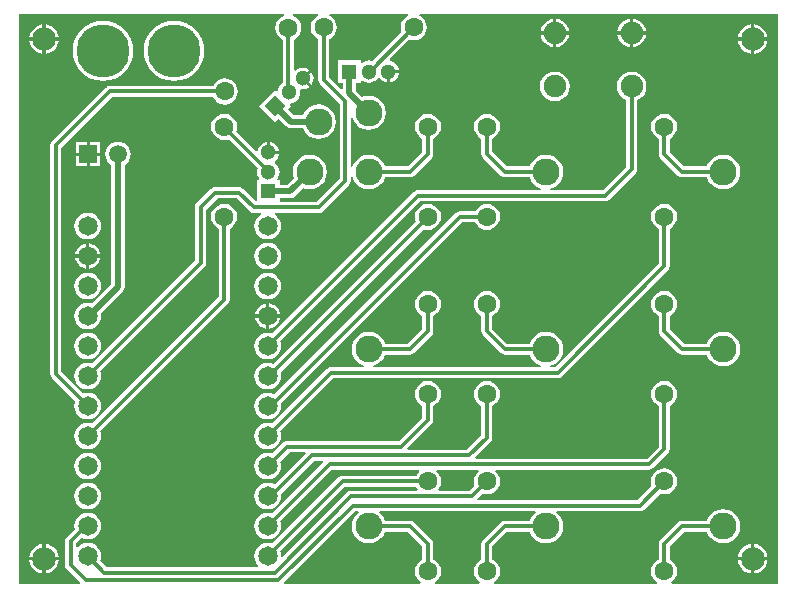
<source format=gtl>
G04 Layer_Physical_Order=1*
G04 Layer_Color=25308*
%FSLAX42Y42*%
%MOMM*%
G71*
G01*
G75*
%ADD10C,0.33*%
%ADD11C,0.51*%
%ADD12C,4.50*%
%ADD13C,1.52*%
%ADD14R,1.52X1.52*%
%ADD15C,2.29*%
%ADD16C,1.65*%
%ADD17R,1.30X1.30*%
%ADD18C,1.30*%
%ADD19R,1.30X1.30*%
%ADD20P,1.84X4X270.0*%
%ADD21C,1.91*%
%ADD22C,1.60*%
%ADD23C,2.00*%
G36*
X5429Y3465D02*
X5422Y3459D01*
X5404Y3436D01*
X5393Y3410D01*
X5389Y3381D01*
X5393Y3352D01*
X5396Y3344D01*
X5352Y3300D01*
X5093D01*
X5087Y3313D01*
X5096Y3326D01*
X5107Y3352D01*
X5111Y3381D01*
X5107Y3410D01*
X5096Y3436D01*
X5078Y3459D01*
X5071Y3465D01*
X5076Y3478D01*
X5424D01*
X5429Y3465D01*
D02*
G37*
G36*
X7962Y2513D02*
X7064D01*
X7059Y2526D01*
X7078Y2541D01*
X7096Y2564D01*
X7107Y2590D01*
X7111Y2619D01*
X7107Y2648D01*
X7096Y2674D01*
X7078Y2697D01*
X7055Y2715D01*
X7047Y2718D01*
Y2830D01*
X7170Y2953D01*
X7363D01*
X7374Y2927D01*
X7397Y2897D01*
X7427Y2874D01*
X7462Y2859D01*
X7500Y2854D01*
X7538Y2859D01*
X7573Y2874D01*
X7603Y2897D01*
X7626Y2927D01*
X7641Y2962D01*
X7646Y3000D01*
X7641Y3038D01*
X7626Y3073D01*
X7603Y3103D01*
X7573Y3126D01*
X7538Y3141D01*
X7500Y3146D01*
X7462Y3141D01*
X7427Y3126D01*
X7397Y3103D01*
X7374Y3073D01*
X7363Y3047D01*
X7150D01*
X7132Y3044D01*
X7116Y3034D01*
X6966Y2884D01*
X6956Y2868D01*
X6953Y2850D01*
Y2718D01*
X6945Y2715D01*
X6922Y2697D01*
X6904Y2674D01*
X6893Y2648D01*
X6889Y2619D01*
X6893Y2590D01*
X6904Y2564D01*
X6922Y2541D01*
X6941Y2526D01*
X6936Y2513D01*
X5564D01*
X5559Y2526D01*
X5578Y2541D01*
X5596Y2564D01*
X5607Y2590D01*
X5611Y2619D01*
X5607Y2648D01*
X5596Y2674D01*
X5578Y2697D01*
X5555Y2715D01*
X5547Y2718D01*
Y2830D01*
X5670Y2953D01*
X5863D01*
X5874Y2927D01*
X5897Y2897D01*
X5927Y2874D01*
X5962Y2859D01*
X6000Y2854D01*
X6038Y2859D01*
X6073Y2874D01*
X6103Y2897D01*
X6126Y2927D01*
X6141Y2962D01*
X6146Y3000D01*
X6141Y3038D01*
X6126Y3073D01*
X6103Y3103D01*
X6087Y3115D01*
X6092Y3128D01*
X6794D01*
X6812Y3131D01*
X6828Y3141D01*
X6963Y3277D01*
X6971Y3274D01*
X7000Y3270D01*
X7029Y3274D01*
X7055Y3285D01*
X7078Y3303D01*
X7096Y3326D01*
X7107Y3352D01*
X7111Y3381D01*
X7107Y3410D01*
X7096Y3436D01*
X7078Y3459D01*
X7055Y3477D01*
X7029Y3488D01*
X7000Y3492D01*
X6971Y3488D01*
X6945Y3477D01*
X6922Y3459D01*
X6904Y3436D01*
X6893Y3410D01*
X6889Y3381D01*
X6893Y3352D01*
X6896Y3344D01*
X6774Y3222D01*
X5425D01*
X5420Y3234D01*
X5463Y3277D01*
X5471Y3274D01*
X5500Y3270D01*
X5529Y3274D01*
X5555Y3285D01*
X5578Y3303D01*
X5596Y3326D01*
X5607Y3352D01*
X5611Y3381D01*
X5607Y3410D01*
X5596Y3436D01*
X5578Y3459D01*
X5571Y3465D01*
X5576Y3478D01*
X6875D01*
X6893Y3481D01*
X6909Y3491D01*
X7034Y3616D01*
X7044Y3632D01*
X7047Y3650D01*
Y4020D01*
X7055Y4023D01*
X7078Y4041D01*
X7096Y4064D01*
X7107Y4090D01*
X7111Y4119D01*
X7107Y4148D01*
X7096Y4174D01*
X7078Y4197D01*
X7055Y4215D01*
X7029Y4226D01*
X7000Y4230D01*
X6971Y4226D01*
X6945Y4215D01*
X6922Y4197D01*
X6904Y4174D01*
X6893Y4148D01*
X6889Y4119D01*
X6893Y4090D01*
X6904Y4064D01*
X6922Y4041D01*
X6945Y4023D01*
X6953Y4020D01*
Y3670D01*
X6855Y3572D01*
X5406D01*
X5401Y3584D01*
X5534Y3716D01*
X5544Y3732D01*
X5547Y3750D01*
Y4020D01*
X5555Y4023D01*
X5578Y4041D01*
X5596Y4064D01*
X5607Y4090D01*
X5611Y4119D01*
X5607Y4148D01*
X5596Y4174D01*
X5578Y4197D01*
X5555Y4215D01*
X5529Y4226D01*
X5500Y4230D01*
X5471Y4226D01*
X5445Y4215D01*
X5422Y4197D01*
X5404Y4174D01*
X5393Y4148D01*
X5389Y4119D01*
X5393Y4090D01*
X5404Y4064D01*
X5422Y4041D01*
X5445Y4023D01*
X5453Y4020D01*
Y3770D01*
X5330Y3647D01*
X4831D01*
X4826Y3659D01*
X5034Y3866D01*
X5044Y3882D01*
X5047Y3900D01*
Y4020D01*
X5055Y4023D01*
X5078Y4041D01*
X5096Y4064D01*
X5107Y4090D01*
X5111Y4119D01*
X5107Y4148D01*
X5096Y4174D01*
X5078Y4197D01*
X5055Y4215D01*
X5029Y4226D01*
X5000Y4230D01*
X4971Y4226D01*
X4945Y4215D01*
X4922Y4197D01*
X4904Y4174D01*
X4893Y4148D01*
X4889Y4119D01*
X4893Y4090D01*
X4904Y4064D01*
X4922Y4041D01*
X4945Y4023D01*
X4953Y4020D01*
Y3920D01*
X4755Y3722D01*
X3811D01*
X3793Y3719D01*
X3787Y3715D01*
X3777Y3709D01*
X3684Y3616D01*
X3674Y3620D01*
X3645Y3624D01*
X3616Y3620D01*
X3588Y3608D01*
X3565Y3590D01*
X3547Y3567D01*
X3535Y3539D01*
X3532Y3510D01*
X3535Y3481D01*
X3547Y3453D01*
X3565Y3430D01*
X3588Y3412D01*
X3616Y3400D01*
X3645Y3396D01*
X3674Y3400D01*
X3702Y3412D01*
X3725Y3430D01*
X3743Y3453D01*
X3755Y3481D01*
X3759Y3510D01*
X3755Y3539D01*
X3751Y3548D01*
X3831Y3628D01*
X3961D01*
X3965Y3616D01*
X3703Y3353D01*
X3702Y3354D01*
X3674Y3366D01*
X3645Y3370D01*
X3616Y3366D01*
X3588Y3354D01*
X3565Y3336D01*
X3547Y3313D01*
X3535Y3285D01*
X3532Y3256D01*
X3535Y3227D01*
X3547Y3199D01*
X3565Y3176D01*
X3588Y3158D01*
X3616Y3146D01*
X3645Y3142D01*
X3674Y3146D01*
X3702Y3158D01*
X3725Y3176D01*
X3743Y3199D01*
X3755Y3227D01*
X3759Y3256D01*
X3756Y3273D01*
X4036Y3553D01*
X4112D01*
X4117Y3541D01*
X3684Y3108D01*
X3674Y3112D01*
X3645Y3116D01*
X3616Y3112D01*
X3588Y3100D01*
X3565Y3082D01*
X3547Y3059D01*
X3535Y3031D01*
X3532Y3002D01*
X3535Y2973D01*
X3547Y2945D01*
X3565Y2922D01*
X3588Y2904D01*
X3616Y2892D01*
X3645Y2888D01*
X3674Y2892D01*
X3702Y2904D01*
X3725Y2922D01*
X3743Y2945D01*
X3755Y2973D01*
X3759Y3002D01*
X3755Y3031D01*
X3751Y3041D01*
X4188Y3478D01*
X4924D01*
X4929Y3465D01*
X4922Y3459D01*
X4904Y3436D01*
X4901Y3428D01*
X4278D01*
X4260Y3425D01*
X4245Y3415D01*
X3684Y2854D01*
X3674Y2858D01*
X3645Y2862D01*
X3616Y2858D01*
X3588Y2846D01*
X3565Y2828D01*
X3547Y2805D01*
X3535Y2777D01*
X3532Y2748D01*
X3535Y2719D01*
X3547Y2691D01*
X3564Y2669D01*
X3563Y2663D01*
X3561Y2656D01*
X2280D01*
X2227Y2709D01*
X2231Y2719D01*
X2235Y2748D01*
X2231Y2777D01*
X2219Y2805D01*
X2201Y2828D01*
X2178Y2846D01*
X2150Y2858D01*
X2121Y2862D01*
X2092Y2858D01*
X2064Y2846D01*
X2041Y2828D01*
X2035Y2821D01*
X2022Y2825D01*
Y2855D01*
X2069Y2902D01*
X2092Y2892D01*
X2121Y2888D01*
X2150Y2892D01*
X2178Y2904D01*
X2201Y2922D01*
X2219Y2945D01*
X2231Y2973D01*
X2235Y3002D01*
X2231Y3031D01*
X2219Y3059D01*
X2201Y3082D01*
X2178Y3100D01*
X2150Y3112D01*
X2121Y3116D01*
X2092Y3112D01*
X2064Y3100D01*
X2041Y3082D01*
X2023Y3059D01*
X2011Y3031D01*
X2008Y3002D01*
X2011Y2978D01*
X1941Y2909D01*
X1931Y2893D01*
X1928Y2875D01*
Y2675D01*
X1931Y2657D01*
X1941Y2641D01*
X2058Y2525D01*
X2053Y2513D01*
X1538D01*
Y7337D01*
X3782D01*
X3785Y7324D01*
X3764Y7315D01*
X3741Y7298D01*
X3723Y7275D01*
X3712Y7248D01*
X3708Y7219D01*
X3712Y7191D01*
X3723Y7164D01*
X3741Y7141D01*
X3764Y7123D01*
X3772Y7120D01*
Y6754D01*
X3757Y6743D01*
X3742Y6723D01*
X3732Y6700D01*
X3731Y6688D01*
X3717Y6683D01*
X3708Y6693D01*
X3574Y6558D01*
X3708Y6424D01*
X3735Y6451D01*
X3802Y6385D01*
X3802Y6385D01*
X3820Y6373D01*
X3842Y6369D01*
X3842Y6369D01*
X3942D01*
X3949Y6352D01*
X3972Y6322D01*
X4002Y6299D01*
X4037Y6284D01*
X4075Y6279D01*
X4113Y6284D01*
X4148Y6299D01*
X4178Y6322D01*
X4201Y6352D01*
X4216Y6387D01*
X4221Y6425D01*
X4216Y6463D01*
X4201Y6498D01*
X4178Y6528D01*
X4148Y6551D01*
X4113Y6566D01*
X4075Y6571D01*
X4037Y6566D01*
X4002Y6551D01*
X3972Y6528D01*
X3949Y6498D01*
X3942Y6481D01*
X3865D01*
X3815Y6531D01*
X3843Y6558D01*
X3833Y6567D01*
X3838Y6581D01*
X3850Y6582D01*
X3873Y6592D01*
X3893Y6607D01*
X3908Y6627D01*
X3918Y6650D01*
X3921Y6675D01*
X3919Y6691D01*
X3930Y6702D01*
X3942Y6701D01*
X3965Y6704D01*
X3987Y6713D01*
X3996Y6719D01*
X3933Y6783D01*
X3942Y6792D01*
X3933Y6801D01*
X3996Y6864D01*
X3987Y6871D01*
X3965Y6880D01*
X3942Y6883D01*
X3918Y6880D01*
X3896Y6871D01*
X3880Y6858D01*
X3867Y6862D01*
Y7120D01*
X3875Y7123D01*
X3898Y7141D01*
X3915Y7164D01*
X3927Y7191D01*
X3930Y7219D01*
X3927Y7248D01*
X3915Y7275D01*
X3898Y7298D01*
X3875Y7315D01*
X3854Y7324D01*
X3857Y7337D01*
X4068D01*
X4071Y7324D01*
X4064Y7321D01*
X4041Y7303D01*
X4023Y7280D01*
X4012Y7254D01*
X4008Y7225D01*
X4012Y7196D01*
X4023Y7170D01*
X4041Y7147D01*
X4064Y7129D01*
X4072Y7126D01*
Y6779D01*
X4075Y6761D01*
X4085Y6746D01*
X4253Y6579D01*
Y5945D01*
X4055Y5747D01*
X3745D01*
Y5778D01*
X3835D01*
X3835Y5778D01*
X3857Y5783D01*
X3875Y5795D01*
X3946Y5866D01*
X3962Y5859D01*
X4000Y5854D01*
X4038Y5859D01*
X4073Y5874D01*
X4103Y5897D01*
X4126Y5927D01*
X4141Y5962D01*
X4146Y6000D01*
X4141Y6038D01*
X4126Y6073D01*
X4103Y6103D01*
X4073Y6126D01*
X4038Y6141D01*
X4000Y6146D01*
X3962Y6141D01*
X3927Y6126D01*
X3897Y6103D01*
X3874Y6073D01*
X3859Y6038D01*
X3854Y6000D01*
X3859Y5962D01*
X3866Y5946D01*
X3812Y5891D01*
X3745D01*
Y5930D01*
X3732D01*
X3726Y5943D01*
X3733Y5952D01*
X3743Y5975D01*
X3746Y6000D01*
X3743Y6025D01*
X3733Y6048D01*
X3718Y6068D01*
X3705Y6077D01*
X3705Y6093D01*
X3714Y6101D01*
X3729Y6120D01*
X3738Y6142D01*
X3740Y6152D01*
X3650D01*
Y6165D01*
X3637D01*
Y6255D01*
X3626Y6253D01*
X3604Y6244D01*
X3586Y6230D01*
X3571Y6211D01*
X3562Y6189D01*
X3561Y6180D01*
X3547Y6176D01*
X3379Y6344D01*
X3382Y6352D01*
X3386Y6381D01*
X3382Y6410D01*
X3371Y6436D01*
X3353Y6459D01*
X3330Y6477D01*
X3304Y6488D01*
X3275Y6492D01*
X3246Y6488D01*
X3220Y6477D01*
X3197Y6459D01*
X3179Y6436D01*
X3168Y6410D01*
X3164Y6381D01*
X3168Y6352D01*
X3179Y6326D01*
X3197Y6303D01*
X3220Y6285D01*
X3246Y6274D01*
X3275Y6270D01*
X3304Y6274D01*
X3312Y6277D01*
X3559Y6030D01*
X3557Y6025D01*
X3554Y6000D01*
X3557Y5975D01*
X3567Y5952D01*
X3574Y5943D01*
X3568Y5930D01*
X3555D01*
Y5753D01*
X3542Y5750D01*
X3434Y5859D01*
X3418Y5869D01*
X3400Y5872D01*
X3200D01*
X3182Y5869D01*
X3176Y5865D01*
X3166Y5859D01*
X3041Y5734D01*
X3031Y5718D01*
X3028Y5700D01*
Y5246D01*
X2160Y4378D01*
X2150Y4382D01*
X2121Y4386D01*
X2092Y4382D01*
X2064Y4370D01*
X2041Y4352D01*
X2023Y4329D01*
X2011Y4301D01*
X2008Y4272D01*
X2011Y4243D01*
X2023Y4215D01*
X2041Y4192D01*
X2064Y4174D01*
X2092Y4162D01*
X2121Y4158D01*
X2150Y4162D01*
X2178Y4174D01*
X2201Y4192D01*
X2219Y4215D01*
X2231Y4243D01*
X2235Y4272D01*
X2231Y4301D01*
X2227Y4311D01*
X3109Y5192D01*
X3119Y5208D01*
X3122Y5226D01*
Y5680D01*
X3220Y5778D01*
X3380D01*
X3491Y5666D01*
X3507Y5656D01*
X3525Y5653D01*
X3583D01*
X3588Y5641D01*
X3588Y5640D01*
X3565Y5622D01*
X3547Y5599D01*
X3535Y5571D01*
X3532Y5542D01*
X3535Y5513D01*
X3547Y5485D01*
X3565Y5462D01*
X3588Y5444D01*
X3616Y5432D01*
X3645Y5428D01*
X3674Y5432D01*
X3702Y5444D01*
X3725Y5462D01*
X3743Y5485D01*
X3755Y5513D01*
X3759Y5542D01*
X3755Y5571D01*
X3743Y5599D01*
X3725Y5622D01*
X3702Y5640D01*
X3702Y5641D01*
X3707Y5653D01*
X4075D01*
X4093Y5656D01*
X4109Y5666D01*
X4334Y5891D01*
X4344Y5907D01*
X4347Y5925D01*
Y5960D01*
X4359Y5962D01*
X4374Y5927D01*
X4397Y5897D01*
X4427Y5874D01*
X4462Y5859D01*
X4500Y5854D01*
X4538Y5859D01*
X4573Y5874D01*
X4603Y5897D01*
X4626Y5927D01*
X4637Y5953D01*
X4850D01*
X4868Y5956D01*
X4884Y5966D01*
X5034Y6116D01*
X5044Y6132D01*
X5047Y6150D01*
Y6282D01*
X5055Y6285D01*
X5078Y6303D01*
X5096Y6326D01*
X5107Y6352D01*
X5111Y6381D01*
X5107Y6410D01*
X5096Y6436D01*
X5078Y6459D01*
X5055Y6477D01*
X5029Y6488D01*
X5000Y6492D01*
X4971Y6488D01*
X4945Y6477D01*
X4922Y6459D01*
X4904Y6436D01*
X4893Y6410D01*
X4889Y6381D01*
X4893Y6352D01*
X4904Y6326D01*
X4922Y6303D01*
X4945Y6285D01*
X4953Y6282D01*
Y6170D01*
X4830Y6047D01*
X4637D01*
X4626Y6073D01*
X4603Y6103D01*
X4573Y6126D01*
X4538Y6141D01*
X4500Y6146D01*
X4462Y6141D01*
X4427Y6126D01*
X4397Y6103D01*
X4374Y6073D01*
X4359Y6038D01*
X4347Y6040D01*
Y6460D01*
X4359Y6462D01*
X4374Y6427D01*
X4397Y6397D01*
X4427Y6374D01*
X4462Y6359D01*
X4500Y6354D01*
X4538Y6359D01*
X4573Y6374D01*
X4603Y6397D01*
X4626Y6427D01*
X4641Y6462D01*
X4646Y6500D01*
X4641Y6538D01*
X4626Y6573D01*
X4603Y6603D01*
X4573Y6626D01*
X4538Y6641D01*
X4500Y6646D01*
X4462Y6641D01*
X4446Y6634D01*
X4391Y6688D01*
Y6755D01*
X4430D01*
Y6768D01*
X4443Y6774D01*
X4452Y6767D01*
X4475Y6757D01*
X4500Y6754D01*
X4525Y6757D01*
X4548Y6767D01*
X4568Y6782D01*
X4577Y6795D01*
X4593Y6795D01*
X4601Y6786D01*
X4620Y6771D01*
X4642Y6762D01*
X4652Y6760D01*
Y6850D01*
X4665D01*
Y6863D01*
X4755D01*
X4753Y6874D01*
X4744Y6896D01*
X4730Y6914D01*
X4711Y6929D01*
X4689Y6938D01*
X4680Y6939D01*
X4676Y6953D01*
X4844Y7121D01*
X4852Y7118D01*
X4881Y7114D01*
X4910Y7118D01*
X4936Y7129D01*
X4959Y7147D01*
X4977Y7170D01*
X4988Y7196D01*
X4992Y7225D01*
X4988Y7254D01*
X4977Y7280D01*
X4959Y7303D01*
X4936Y7321D01*
X4929Y7324D01*
X4932Y7337D01*
X7962D01*
Y2513D01*
D02*
G37*
G36*
X4904Y3326D02*
X4913Y3313D01*
X4907Y3300D01*
X4353D01*
X4335Y3297D01*
X4319Y3287D01*
X3769Y2736D01*
X3758Y2742D01*
X3759Y2748D01*
X3755Y2777D01*
X3751Y2787D01*
X4298Y3334D01*
X4901D01*
X4904Y3326D01*
D02*
G37*
G36*
X4833Y7324D02*
X4826Y7321D01*
X4803Y7303D01*
X4785Y7280D01*
X4774Y7254D01*
X4770Y7225D01*
X4774Y7196D01*
X4777Y7188D01*
X4530Y6941D01*
X4525Y6943D01*
X4500Y6946D01*
X4475Y6943D01*
X4452Y6933D01*
X4443Y6926D01*
X4430Y6932D01*
Y6945D01*
X4240D01*
Y6755D01*
X4278D01*
Y6704D01*
X4267Y6699D01*
X4166Y6799D01*
Y7126D01*
X4174Y7129D01*
X4197Y7147D01*
X4215Y7170D01*
X4226Y7196D01*
X4230Y7225D01*
X4226Y7254D01*
X4215Y7280D01*
X4197Y7303D01*
X4174Y7321D01*
X4167Y7324D01*
X4170Y7337D01*
X4830D01*
X4833Y7324D01*
D02*
G37*
G36*
X4413Y3115D02*
X4397Y3103D01*
X4374Y3073D01*
X4359Y3038D01*
X4354Y3000D01*
X4359Y2962D01*
X4374Y2927D01*
X4397Y2897D01*
X4427Y2874D01*
X4462Y2859D01*
X4500Y2854D01*
X4538Y2859D01*
X4573Y2874D01*
X4603Y2897D01*
X4626Y2927D01*
X4637Y2953D01*
X4830D01*
X4953Y2830D01*
Y2718D01*
X4945Y2715D01*
X4922Y2697D01*
X4904Y2674D01*
X4893Y2648D01*
X4889Y2619D01*
X4893Y2590D01*
X4904Y2564D01*
X4922Y2541D01*
X4941Y2526D01*
X4936Y2513D01*
X3786D01*
X3781Y2525D01*
X4384Y3128D01*
X4408D01*
X4413Y3115D01*
D02*
G37*
G36*
X5913D02*
X5897Y3103D01*
X5874Y3073D01*
X5863Y3047D01*
X5650D01*
X5632Y3044D01*
X5616Y3034D01*
X5466Y2884D01*
X5456Y2868D01*
X5453Y2850D01*
Y2718D01*
X5445Y2715D01*
X5422Y2697D01*
X5404Y2674D01*
X5393Y2648D01*
X5389Y2619D01*
X5393Y2590D01*
X5404Y2564D01*
X5422Y2541D01*
X5441Y2526D01*
X5436Y2513D01*
X5064D01*
X5059Y2526D01*
X5078Y2541D01*
X5096Y2564D01*
X5107Y2590D01*
X5111Y2619D01*
X5107Y2648D01*
X5096Y2674D01*
X5078Y2697D01*
X5055Y2715D01*
X5047Y2718D01*
Y2850D01*
X5044Y2868D01*
X5034Y2884D01*
X4884Y3034D01*
X4868Y3044D01*
X4850Y3047D01*
X4637D01*
X4626Y3073D01*
X4603Y3103D01*
X4587Y3115D01*
X4592Y3128D01*
X5908D01*
X5913Y3115D01*
D02*
G37*
%LPC*%
G36*
X2377Y6257D02*
X2349Y6253D01*
X2323Y6243D01*
X2301Y6226D01*
X2284Y6204D01*
X2274Y6178D01*
X2270Y6150D01*
X2274Y6122D01*
X2284Y6096D01*
X2301Y6074D01*
X2321Y6059D01*
Y5050D01*
X2157Y4887D01*
X2150Y4890D01*
X2121Y4894D01*
X2092Y4890D01*
X2064Y4878D01*
X2041Y4860D01*
X2023Y4837D01*
X2011Y4809D01*
X2008Y4780D01*
X2011Y4751D01*
X2023Y4723D01*
X2041Y4700D01*
X2064Y4682D01*
X2092Y4670D01*
X2121Y4666D01*
X2150Y4670D01*
X2178Y4682D01*
X2201Y4700D01*
X2219Y4723D01*
X2231Y4751D01*
X2235Y4780D01*
X2232Y4802D01*
X2417Y4987D01*
X2417Y4987D01*
X2429Y5005D01*
X2433Y5027D01*
X2433Y5027D01*
Y6059D01*
X2453Y6074D01*
X2470Y6096D01*
X2480Y6122D01*
X2484Y6150D01*
X2480Y6178D01*
X2470Y6204D01*
X2453Y6226D01*
X2431Y6243D01*
X2405Y6253D01*
X2377Y6257D01*
D02*
G37*
G36*
X3658Y4887D02*
Y4793D01*
X3752D01*
X3750Y4808D01*
X3739Y4834D01*
X3722Y4857D01*
X3700Y4874D01*
X3673Y4885D01*
X3658Y4887D01*
D02*
G37*
G36*
X3632Y4767D02*
X3538D01*
X3540Y4752D01*
X3551Y4726D01*
X3568Y4703D01*
X3591Y4686D01*
X3617Y4675D01*
X3632Y4673D01*
Y4767D01*
D02*
G37*
G36*
X3752D02*
X3658D01*
Y4673D01*
X3673Y4675D01*
X3700Y4686D01*
X3722Y4703D01*
X3739Y4726D01*
X3750Y4752D01*
X3752Y4767D01*
D02*
G37*
G36*
X3632Y4887D02*
X3617Y4885D01*
X3591Y4874D01*
X3568Y4857D01*
X3551Y4834D01*
X3540Y4808D01*
X3538Y4793D01*
X3632D01*
Y4887D01*
D02*
G37*
G36*
X2121Y5148D02*
X2092Y5144D01*
X2064Y5132D01*
X2041Y5114D01*
X2023Y5091D01*
X2011Y5063D01*
X2008Y5034D01*
X2011Y5005D01*
X2023Y4977D01*
X2041Y4954D01*
X2064Y4936D01*
X2092Y4924D01*
X2121Y4920D01*
X2150Y4924D01*
X2178Y4936D01*
X2201Y4954D01*
X2219Y4977D01*
X2231Y5005D01*
X2235Y5034D01*
X2231Y5063D01*
X2219Y5091D01*
X2201Y5114D01*
X2178Y5132D01*
X2150Y5144D01*
X2121Y5148D01*
D02*
G37*
G36*
X2108Y5395D02*
X2093Y5393D01*
X2067Y5382D01*
X2044Y5365D01*
X2027Y5342D01*
X2016Y5316D01*
X2014Y5301D01*
X2108D01*
Y5395D01*
D02*
G37*
G36*
X2134D02*
Y5301D01*
X2228D01*
X2226Y5316D01*
X2215Y5342D01*
X2198Y5365D01*
X2176Y5382D01*
X2149Y5393D01*
X2134Y5395D01*
D02*
G37*
G36*
X2121Y5656D02*
X2092Y5652D01*
X2064Y5640D01*
X2041Y5622D01*
X2023Y5599D01*
X2011Y5571D01*
X2008Y5542D01*
X2011Y5513D01*
X2023Y5485D01*
X2041Y5462D01*
X2064Y5444D01*
X2092Y5432D01*
X2121Y5428D01*
X2150Y5432D01*
X2178Y5444D01*
X2201Y5462D01*
X2219Y5485D01*
X2231Y5513D01*
X2235Y5542D01*
X2231Y5571D01*
X2219Y5599D01*
X2201Y5622D01*
X2178Y5640D01*
X2150Y5652D01*
X2121Y5656D01*
D02*
G37*
G36*
X2228Y5275D02*
X2134D01*
Y5181D01*
X2149Y5183D01*
X2176Y5194D01*
X2198Y5211D01*
X2215Y5234D01*
X2226Y5260D01*
X2228Y5275D01*
D02*
G37*
G36*
X3645Y5148D02*
X3616Y5144D01*
X3588Y5132D01*
X3565Y5114D01*
X3547Y5091D01*
X3535Y5063D01*
X3532Y5034D01*
X3535Y5005D01*
X3547Y4977D01*
X3565Y4954D01*
X3588Y4936D01*
X3616Y4924D01*
X3645Y4920D01*
X3674Y4924D01*
X3702Y4936D01*
X3725Y4954D01*
X3743Y4977D01*
X3755Y5005D01*
X3759Y5034D01*
X3755Y5063D01*
X3743Y5091D01*
X3725Y5114D01*
X3702Y5132D01*
X3674Y5144D01*
X3645Y5148D01*
D02*
G37*
G36*
Y5402D02*
X3616Y5398D01*
X3588Y5386D01*
X3565Y5368D01*
X3547Y5345D01*
X3535Y5317D01*
X3532Y5288D01*
X3535Y5259D01*
X3547Y5231D01*
X3565Y5208D01*
X3588Y5190D01*
X3616Y5178D01*
X3645Y5174D01*
X3674Y5178D01*
X3702Y5190D01*
X3725Y5208D01*
X3743Y5231D01*
X3755Y5259D01*
X3759Y5288D01*
X3755Y5317D01*
X3743Y5345D01*
X3725Y5368D01*
X3702Y5386D01*
X3674Y5398D01*
X3645Y5402D01*
D02*
G37*
G36*
X2108Y5275D02*
X2014D01*
X2016Y5260D01*
X2027Y5234D01*
X2044Y5211D01*
X2067Y5194D01*
X2093Y5183D01*
X2108Y5181D01*
Y5275D01*
D02*
G37*
G36*
X2121Y4640D02*
X2092Y4636D01*
X2064Y4624D01*
X2041Y4606D01*
X2023Y4583D01*
X2011Y4555D01*
X2008Y4526D01*
X2011Y4497D01*
X2023Y4469D01*
X2041Y4446D01*
X2064Y4428D01*
X2092Y4416D01*
X2121Y4412D01*
X2150Y4416D01*
X2178Y4428D01*
X2201Y4446D01*
X2219Y4469D01*
X2231Y4497D01*
X2235Y4526D01*
X2231Y4555D01*
X2219Y4583D01*
X2201Y4606D01*
X2178Y4624D01*
X2150Y4636D01*
X2121Y4640D01*
D02*
G37*
G36*
X7875Y2712D02*
X7763D01*
Y2600D01*
X7783Y2603D01*
X7813Y2615D01*
X7839Y2636D01*
X7860Y2662D01*
X7872Y2692D01*
X7875Y2712D01*
D02*
G37*
G36*
X1737Y2850D02*
X1717Y2847D01*
X1687Y2835D01*
X1661Y2814D01*
X1640Y2788D01*
X1628Y2758D01*
X1625Y2738D01*
X1737D01*
Y2850D01*
D02*
G37*
G36*
X1763D02*
Y2738D01*
X1875D01*
X1872Y2758D01*
X1860Y2788D01*
X1839Y2814D01*
X1813Y2835D01*
X1783Y2847D01*
X1763Y2850D01*
D02*
G37*
G36*
X1737Y2712D02*
X1625D01*
X1628Y2692D01*
X1640Y2662D01*
X1661Y2636D01*
X1687Y2615D01*
X1717Y2603D01*
X1737Y2600D01*
Y2712D01*
D02*
G37*
G36*
X1875D02*
X1763D01*
Y2600D01*
X1783Y2603D01*
X1813Y2615D01*
X1839Y2636D01*
X1860Y2662D01*
X1872Y2692D01*
X1875Y2712D01*
D02*
G37*
G36*
X7737D02*
X7625D01*
X7628Y2692D01*
X7640Y2662D01*
X7661Y2636D01*
X7687Y2615D01*
X7717Y2603D01*
X7737Y2600D01*
Y2712D01*
D02*
G37*
G36*
Y2850D02*
X7717Y2847D01*
X7687Y2835D01*
X7661Y2814D01*
X7640Y2788D01*
X7628Y2758D01*
X7625Y2738D01*
X7737D01*
Y2850D01*
D02*
G37*
G36*
X3275Y5730D02*
X3246Y5726D01*
X3220Y5715D01*
X3197Y5697D01*
X3179Y5674D01*
X3168Y5648D01*
X3164Y5619D01*
X3168Y5590D01*
X3179Y5564D01*
X3197Y5541D01*
X3220Y5523D01*
X3228Y5520D01*
Y4938D01*
X2160Y3870D01*
X2150Y3874D01*
X2121Y3878D01*
X2092Y3874D01*
X2064Y3862D01*
X2041Y3844D01*
X2023Y3821D01*
X2011Y3793D01*
X2008Y3764D01*
X2011Y3735D01*
X2023Y3707D01*
X2041Y3684D01*
X2064Y3666D01*
X2092Y3654D01*
X2121Y3650D01*
X2150Y3654D01*
X2178Y3666D01*
X2201Y3684D01*
X2219Y3707D01*
X2231Y3735D01*
X2235Y3764D01*
X2231Y3793D01*
X2227Y3803D01*
X3309Y4884D01*
X3319Y4900D01*
X3322Y4918D01*
Y5520D01*
X3330Y5523D01*
X3353Y5541D01*
X3371Y5564D01*
X3382Y5590D01*
X3386Y5619D01*
X3382Y5648D01*
X3371Y5674D01*
X3353Y5697D01*
X3330Y5715D01*
X3304Y5726D01*
X3275Y5730D01*
D02*
G37*
G36*
X7000D02*
X6971Y5726D01*
X6945Y5715D01*
X6922Y5697D01*
X6904Y5674D01*
X6893Y5648D01*
X6889Y5619D01*
X6893Y5590D01*
X6904Y5564D01*
X6922Y5541D01*
X6945Y5523D01*
X6953Y5520D01*
Y5220D01*
X6080Y4347D01*
X6040D01*
X6038Y4359D01*
X6073Y4374D01*
X6103Y4397D01*
X6126Y4427D01*
X6141Y4462D01*
X6146Y4500D01*
X6141Y4538D01*
X6126Y4573D01*
X6103Y4603D01*
X6073Y4626D01*
X6038Y4641D01*
X6000Y4646D01*
X5962Y4641D01*
X5927Y4626D01*
X5897Y4603D01*
X5874Y4573D01*
X5863Y4547D01*
X5670D01*
X5547Y4670D01*
Y4782D01*
X5555Y4785D01*
X5578Y4803D01*
X5596Y4826D01*
X5607Y4852D01*
X5611Y4881D01*
X5607Y4910D01*
X5596Y4936D01*
X5578Y4959D01*
X5555Y4977D01*
X5529Y4988D01*
X5500Y4992D01*
X5471Y4988D01*
X5445Y4977D01*
X5422Y4959D01*
X5404Y4936D01*
X5393Y4910D01*
X5389Y4881D01*
X5393Y4852D01*
X5404Y4826D01*
X5422Y4803D01*
X5445Y4785D01*
X5453Y4782D01*
Y4650D01*
X5456Y4632D01*
X5466Y4616D01*
X5616Y4466D01*
X5632Y4456D01*
X5650Y4453D01*
X5863D01*
X5874Y4427D01*
X5897Y4397D01*
X5927Y4374D01*
X5962Y4359D01*
X5960Y4347D01*
X4540D01*
X4538Y4359D01*
X4573Y4374D01*
X4603Y4397D01*
X4626Y4427D01*
X4637Y4453D01*
X4850D01*
X4868Y4456D01*
X4884Y4466D01*
X5034Y4616D01*
X5040Y4626D01*
X5044Y4632D01*
X5047Y4650D01*
Y4782D01*
X5055Y4785D01*
X5078Y4803D01*
X5096Y4826D01*
X5107Y4852D01*
X5111Y4881D01*
X5107Y4910D01*
X5096Y4936D01*
X5078Y4959D01*
X5055Y4977D01*
X5029Y4988D01*
X5000Y4992D01*
X4971Y4988D01*
X4945Y4977D01*
X4922Y4959D01*
X4904Y4936D01*
X4893Y4910D01*
X4889Y4881D01*
X4893Y4852D01*
X4904Y4826D01*
X4922Y4803D01*
X4945Y4785D01*
X4953Y4782D01*
Y4670D01*
X4830Y4547D01*
X4637D01*
X4626Y4573D01*
X4603Y4603D01*
X4573Y4626D01*
X4538Y4641D01*
X4500Y4646D01*
X4462Y4641D01*
X4427Y4626D01*
X4397Y4603D01*
X4374Y4573D01*
X4359Y4538D01*
X4354Y4500D01*
X4359Y4462D01*
X4374Y4427D01*
X4397Y4397D01*
X4427Y4374D01*
X4462Y4359D01*
X4460Y4347D01*
X4181D01*
X4163Y4344D01*
X4148Y4334D01*
X3684Y3870D01*
X3674Y3874D01*
X3645Y3878D01*
X3616Y3874D01*
X3588Y3862D01*
X3565Y3844D01*
X3547Y3821D01*
X3535Y3793D01*
X3532Y3764D01*
X3535Y3735D01*
X3547Y3707D01*
X3565Y3684D01*
X3588Y3666D01*
X3616Y3654D01*
X3645Y3650D01*
X3674Y3654D01*
X3702Y3666D01*
X3725Y3684D01*
X3743Y3707D01*
X3755Y3735D01*
X3759Y3764D01*
X3755Y3793D01*
X3751Y3803D01*
X4201Y4253D01*
X6100D01*
X6118Y4256D01*
X6134Y4266D01*
X7034Y5166D01*
X7044Y5182D01*
X7047Y5200D01*
Y5520D01*
X7055Y5523D01*
X7078Y5541D01*
X7096Y5564D01*
X7107Y5590D01*
X7111Y5619D01*
X7107Y5648D01*
X7096Y5674D01*
X7078Y5697D01*
X7055Y5715D01*
X7029Y5726D01*
X7000Y5730D01*
D02*
G37*
G36*
Y4992D02*
X6971Y4988D01*
X6945Y4977D01*
X6922Y4959D01*
X6904Y4936D01*
X6893Y4910D01*
X6889Y4881D01*
X6893Y4852D01*
X6904Y4826D01*
X6922Y4803D01*
X6945Y4785D01*
X6953Y4782D01*
Y4650D01*
X6956Y4632D01*
X6966Y4616D01*
X7116Y4466D01*
X7132Y4456D01*
X7150Y4453D01*
X7363D01*
X7374Y4427D01*
X7397Y4397D01*
X7427Y4374D01*
X7462Y4359D01*
X7500Y4354D01*
X7538Y4359D01*
X7573Y4374D01*
X7603Y4397D01*
X7626Y4427D01*
X7641Y4462D01*
X7646Y4500D01*
X7641Y4538D01*
X7626Y4573D01*
X7603Y4603D01*
X7573Y4626D01*
X7538Y4641D01*
X7500Y4646D01*
X7462Y4641D01*
X7427Y4626D01*
X7397Y4603D01*
X7374Y4573D01*
X7363Y4547D01*
X7170D01*
X7047Y4670D01*
Y4782D01*
X7055Y4785D01*
X7078Y4803D01*
X7096Y4826D01*
X7107Y4852D01*
X7111Y4881D01*
X7107Y4910D01*
X7096Y4936D01*
X7078Y4959D01*
X7055Y4977D01*
X7029Y4988D01*
X7000Y4992D01*
D02*
G37*
G36*
X7763Y2850D02*
Y2738D01*
X7875D01*
X7872Y2758D01*
X7860Y2788D01*
X7839Y2814D01*
X7813Y2835D01*
X7783Y2847D01*
X7763Y2850D01*
D02*
G37*
G36*
X2121Y3370D02*
X2092Y3366D01*
X2064Y3354D01*
X2041Y3336D01*
X2023Y3313D01*
X2011Y3285D01*
X2008Y3256D01*
X2011Y3227D01*
X2023Y3199D01*
X2041Y3176D01*
X2064Y3158D01*
X2092Y3146D01*
X2121Y3142D01*
X2150Y3146D01*
X2178Y3158D01*
X2201Y3176D01*
X2219Y3199D01*
X2231Y3227D01*
X2235Y3256D01*
X2231Y3285D01*
X2219Y3313D01*
X2201Y3336D01*
X2178Y3354D01*
X2150Y3366D01*
X2121Y3370D01*
D02*
G37*
G36*
Y3624D02*
X2092Y3620D01*
X2064Y3608D01*
X2041Y3590D01*
X2023Y3567D01*
X2011Y3539D01*
X2008Y3510D01*
X2011Y3481D01*
X2023Y3453D01*
X2041Y3430D01*
X2064Y3412D01*
X2092Y3400D01*
X2121Y3396D01*
X2150Y3400D01*
X2178Y3412D01*
X2201Y3430D01*
X2219Y3453D01*
X2231Y3481D01*
X2235Y3510D01*
X2231Y3539D01*
X2219Y3567D01*
X2201Y3590D01*
X2178Y3608D01*
X2150Y3620D01*
X2121Y3624D01*
D02*
G37*
G36*
X6195Y7163D02*
X6088D01*
Y7056D01*
X6106Y7059D01*
X6136Y7071D01*
X6161Y7090D01*
X6180Y7115D01*
X6192Y7145D01*
X6195Y7163D01*
D02*
G37*
G36*
X6712D02*
X6605D01*
X6608Y7145D01*
X6620Y7115D01*
X6639Y7090D01*
X6664Y7071D01*
X6694Y7059D01*
X6712Y7056D01*
Y7163D01*
D02*
G37*
G36*
X6845D02*
X6738D01*
Y7056D01*
X6757Y7059D01*
X6786Y7071D01*
X6811Y7090D01*
X6831Y7115D01*
X6843Y7145D01*
X6845Y7163D01*
D02*
G37*
G36*
X6062D02*
X5955D01*
X5957Y7145D01*
X5969Y7115D01*
X5989Y7090D01*
X6014Y7071D01*
X6043Y7059D01*
X6062Y7056D01*
Y7163D01*
D02*
G37*
G36*
X1875Y7112D02*
X1763D01*
Y7000D01*
X1783Y7003D01*
X1813Y7015D01*
X1839Y7036D01*
X1860Y7062D01*
X1872Y7092D01*
X1875Y7112D01*
D02*
G37*
G36*
X7737D02*
X7625D01*
X7628Y7092D01*
X7640Y7062D01*
X7661Y7036D01*
X7687Y7015D01*
X7717Y7003D01*
X7737Y7000D01*
Y7112D01*
D02*
G37*
G36*
X7875D02*
X7763D01*
Y7000D01*
X7783Y7003D01*
X7813Y7015D01*
X7839Y7036D01*
X7860Y7062D01*
X7872Y7092D01*
X7875Y7112D01*
D02*
G37*
G36*
X1737Y7250D02*
X1717Y7247D01*
X1687Y7235D01*
X1661Y7214D01*
X1640Y7188D01*
X1628Y7158D01*
X1625Y7138D01*
X1737D01*
Y7250D01*
D02*
G37*
G36*
X6088Y7296D02*
Y7189D01*
X6195D01*
X6192Y7208D01*
X6180Y7237D01*
X6161Y7262D01*
X6136Y7281D01*
X6106Y7294D01*
X6088Y7296D01*
D02*
G37*
G36*
X6712D02*
X6694Y7294D01*
X6664Y7281D01*
X6639Y7262D01*
X6620Y7237D01*
X6608Y7208D01*
X6605Y7189D01*
X6712D01*
Y7296D01*
D02*
G37*
G36*
X6738D02*
Y7189D01*
X6845D01*
X6843Y7208D01*
X6831Y7237D01*
X6811Y7262D01*
X6786Y7281D01*
X6757Y7294D01*
X6738Y7296D01*
D02*
G37*
G36*
X6062D02*
X6043Y7294D01*
X6014Y7281D01*
X5989Y7262D01*
X5969Y7237D01*
X5957Y7208D01*
X5955Y7189D01*
X6062D01*
Y7296D01*
D02*
G37*
G36*
X1763Y7250D02*
Y7138D01*
X1875D01*
X1872Y7158D01*
X1860Y7188D01*
X1839Y7214D01*
X1813Y7235D01*
X1783Y7247D01*
X1763Y7250D01*
D02*
G37*
G36*
X7737D02*
X7717Y7247D01*
X7687Y7235D01*
X7661Y7214D01*
X7640Y7188D01*
X7628Y7158D01*
X7625Y7138D01*
X7737D01*
Y7250D01*
D02*
G37*
G36*
X7763D02*
Y7138D01*
X7875D01*
X7872Y7158D01*
X7860Y7188D01*
X7839Y7214D01*
X7813Y7235D01*
X7783Y7247D01*
X7763Y7250D01*
D02*
G37*
G36*
X1737Y7112D02*
X1625D01*
X1628Y7092D01*
X1640Y7062D01*
X1661Y7036D01*
X1687Y7015D01*
X1717Y7003D01*
X1737Y7000D01*
Y7112D01*
D02*
G37*
G36*
X2110Y6137D02*
X2021D01*
Y6048D01*
X2110D01*
Y6137D01*
D02*
G37*
G36*
X2225D02*
X2136D01*
Y6048D01*
X2225D01*
Y6137D01*
D02*
G37*
G36*
X2110Y6252D02*
X2021D01*
Y6163D01*
X2110D01*
Y6252D01*
D02*
G37*
G36*
X7000Y6492D02*
X6971Y6488D01*
X6945Y6477D01*
X6922Y6459D01*
X6904Y6436D01*
X6893Y6410D01*
X6889Y6381D01*
X6893Y6352D01*
X6904Y6326D01*
X6922Y6303D01*
X6945Y6285D01*
X6953Y6282D01*
Y6150D01*
X6956Y6132D01*
X6966Y6116D01*
X7116Y5966D01*
X7132Y5956D01*
X7150Y5953D01*
X7363D01*
X7374Y5927D01*
X7397Y5897D01*
X7427Y5874D01*
X7462Y5859D01*
X7500Y5854D01*
X7538Y5859D01*
X7573Y5874D01*
X7603Y5897D01*
X7626Y5927D01*
X7641Y5962D01*
X7646Y6000D01*
X7641Y6038D01*
X7626Y6073D01*
X7603Y6103D01*
X7573Y6126D01*
X7538Y6141D01*
X7500Y6146D01*
X7462Y6141D01*
X7427Y6126D01*
X7397Y6103D01*
X7374Y6073D01*
X7363Y6047D01*
X7170D01*
X7047Y6170D01*
Y6282D01*
X7055Y6285D01*
X7078Y6303D01*
X7096Y6326D01*
X7107Y6352D01*
X7111Y6381D01*
X7107Y6410D01*
X7096Y6436D01*
X7078Y6459D01*
X7055Y6477D01*
X7029Y6488D01*
X7000Y6492D01*
D02*
G37*
G36*
X5000Y5730D02*
X4971Y5726D01*
X4945Y5715D01*
X4922Y5697D01*
X4904Y5674D01*
X4893Y5648D01*
X4889Y5619D01*
X4893Y5590D01*
X4896Y5582D01*
X3689Y4375D01*
X3674Y4382D01*
X3645Y4386D01*
X3616Y4382D01*
X3588Y4370D01*
X3565Y4352D01*
X3547Y4329D01*
X3535Y4301D01*
X3532Y4272D01*
X3535Y4243D01*
X3547Y4215D01*
X3565Y4192D01*
X3588Y4174D01*
X3616Y4162D01*
X3645Y4158D01*
X3674Y4162D01*
X3702Y4174D01*
X3725Y4192D01*
X3743Y4215D01*
X3755Y4243D01*
X3759Y4272D01*
X3755Y4301D01*
X3753Y4305D01*
X4963Y5515D01*
X4971Y5512D01*
X5000Y5508D01*
X5029Y5512D01*
X5055Y5523D01*
X5078Y5541D01*
X5096Y5564D01*
X5107Y5590D01*
X5111Y5619D01*
X5107Y5648D01*
X5096Y5674D01*
X5078Y5697D01*
X5055Y5715D01*
X5029Y5726D01*
X5000Y5730D01*
D02*
G37*
G36*
X5500D02*
X5471Y5726D01*
X5445Y5715D01*
X5422Y5697D01*
X5404Y5674D01*
X5401Y5666D01*
X5269D01*
X5251Y5663D01*
X5245Y5659D01*
X5235Y5653D01*
X3700Y4117D01*
X3674Y4128D01*
X3645Y4132D01*
X3616Y4128D01*
X3588Y4116D01*
X3565Y4098D01*
X3547Y4075D01*
X3535Y4047D01*
X3532Y4018D01*
X3535Y3989D01*
X3547Y3961D01*
X3565Y3938D01*
X3588Y3920D01*
X3616Y3908D01*
X3645Y3904D01*
X3674Y3908D01*
X3702Y3920D01*
X3725Y3938D01*
X3743Y3961D01*
X3755Y3989D01*
X3759Y4018D01*
X3756Y4039D01*
X5289Y5572D01*
X5401D01*
X5404Y5564D01*
X5422Y5541D01*
X5445Y5523D01*
X5471Y5512D01*
X5500Y5508D01*
X5529Y5512D01*
X5555Y5523D01*
X5578Y5541D01*
X5596Y5564D01*
X5607Y5590D01*
X5611Y5619D01*
X5607Y5648D01*
X5596Y5674D01*
X5578Y5697D01*
X5555Y5715D01*
X5529Y5726D01*
X5500Y5730D01*
D02*
G37*
G36*
X6725Y6850D02*
X6692Y6846D01*
X6662Y6833D01*
X6636Y6813D01*
X6616Y6787D01*
X6603Y6757D01*
X6599Y6724D01*
X6603Y6691D01*
X6616Y6661D01*
X6636Y6635D01*
X6662Y6615D01*
X6678Y6608D01*
Y6045D01*
X6480Y5847D01*
X6040D01*
X6038Y5859D01*
X6073Y5874D01*
X6103Y5897D01*
X6126Y5927D01*
X6141Y5962D01*
X6146Y6000D01*
X6141Y6038D01*
X6126Y6073D01*
X6103Y6103D01*
X6073Y6126D01*
X6038Y6141D01*
X6000Y6146D01*
X5962Y6141D01*
X5927Y6126D01*
X5897Y6103D01*
X5874Y6073D01*
X5863Y6047D01*
X5670D01*
X5547Y6170D01*
Y6282D01*
X5555Y6285D01*
X5578Y6303D01*
X5596Y6326D01*
X5607Y6352D01*
X5611Y6381D01*
X5607Y6410D01*
X5596Y6436D01*
X5578Y6459D01*
X5555Y6477D01*
X5529Y6488D01*
X5500Y6492D01*
X5471Y6488D01*
X5445Y6477D01*
X5422Y6459D01*
X5404Y6436D01*
X5393Y6410D01*
X5389Y6381D01*
X5393Y6352D01*
X5404Y6326D01*
X5422Y6303D01*
X5445Y6285D01*
X5453Y6282D01*
Y6150D01*
X5456Y6132D01*
X5466Y6116D01*
X5616Y5966D01*
X5632Y5956D01*
X5650Y5953D01*
X5863D01*
X5874Y5927D01*
X5897Y5897D01*
X5927Y5874D01*
X5962Y5859D01*
X5960Y5847D01*
X4919D01*
X4901Y5844D01*
X4895Y5840D01*
X4886Y5834D01*
X3684Y4632D01*
X3674Y4636D01*
X3645Y4640D01*
X3616Y4636D01*
X3588Y4624D01*
X3565Y4606D01*
X3547Y4583D01*
X3535Y4555D01*
X3532Y4526D01*
X3535Y4497D01*
X3547Y4469D01*
X3565Y4446D01*
X3588Y4428D01*
X3616Y4416D01*
X3645Y4412D01*
X3674Y4416D01*
X3702Y4428D01*
X3725Y4446D01*
X3743Y4469D01*
X3755Y4497D01*
X3759Y4526D01*
X3755Y4555D01*
X3751Y4565D01*
X4939Y5753D01*
X6500D01*
X6518Y5756D01*
X6534Y5766D01*
X6759Y5992D01*
X6765Y6001D01*
X6769Y6007D01*
X6773Y6025D01*
Y6608D01*
X6788Y6615D01*
X6814Y6635D01*
X6835Y6661D01*
X6847Y6691D01*
X6851Y6724D01*
X6847Y6757D01*
X6835Y6787D01*
X6814Y6813D01*
X6788Y6833D01*
X6758Y6846D01*
X6725Y6850D01*
D02*
G37*
G36*
X2225Y6252D02*
X2136D01*
Y6163D01*
X2225D01*
Y6252D01*
D02*
G37*
G36*
X4755Y6837D02*
X4678D01*
Y6760D01*
X4689Y6762D01*
X4711Y6771D01*
X4730Y6786D01*
X4744Y6804D01*
X4753Y6826D01*
X4755Y6837D01*
D02*
G37*
G36*
X2250Y7281D02*
X2200Y7276D01*
X2152Y7262D01*
X2108Y7238D01*
X2069Y7206D01*
X2037Y7167D01*
X2013Y7123D01*
X1999Y7075D01*
X1994Y7025D01*
X1999Y6975D01*
X2013Y6927D01*
X2037Y6883D01*
X2069Y6844D01*
X2108Y6812D01*
X2152Y6788D01*
X2200Y6774D01*
X2250Y6769D01*
X2300Y6774D01*
X2348Y6788D01*
X2392Y6812D01*
X2431Y6844D01*
X2463Y6883D01*
X2487Y6927D01*
X2501Y6975D01*
X2506Y7025D01*
X2501Y7075D01*
X2487Y7123D01*
X2463Y7167D01*
X2431Y7206D01*
X2392Y7238D01*
X2348Y7262D01*
X2300Y7276D01*
X2250Y7281D01*
D02*
G37*
G36*
X2850D02*
X2800Y7276D01*
X2752Y7262D01*
X2708Y7238D01*
X2669Y7206D01*
X2637Y7167D01*
X2613Y7123D01*
X2599Y7075D01*
X2594Y7025D01*
X2599Y6975D01*
X2613Y6927D01*
X2637Y6883D01*
X2669Y6844D01*
X2708Y6812D01*
X2752Y6788D01*
X2800Y6774D01*
X2850Y6769D01*
X2900Y6774D01*
X2948Y6788D01*
X2992Y6812D01*
X3031Y6844D01*
X3063Y6883D01*
X3087Y6927D01*
X3101Y6975D01*
X3106Y7025D01*
X3101Y7075D01*
X3087Y7123D01*
X3063Y7167D01*
X3031Y7206D01*
X2992Y7238D01*
X2948Y7262D01*
X2900Y7276D01*
X2850Y7281D01*
D02*
G37*
G36*
X4014Y6846D02*
X3960Y6792D01*
X4014Y6737D01*
X4021Y6746D01*
X4030Y6768D01*
X4033Y6792D01*
X4030Y6815D01*
X4021Y6837D01*
X4014Y6846D01*
D02*
G37*
G36*
X3663Y6255D02*
Y6178D01*
X3740D01*
X3738Y6189D01*
X3729Y6211D01*
X3714Y6230D01*
X3696Y6244D01*
X3674Y6253D01*
X3663Y6255D01*
D02*
G37*
G36*
X3281Y6792D02*
X3252Y6788D01*
X3225Y6777D01*
X3202Y6759D01*
X3185Y6736D01*
X3181Y6728D01*
X2306D01*
X2287Y6724D01*
X2281Y6720D01*
X2272Y6714D01*
X1816Y6259D01*
X1806Y6243D01*
X1803Y6225D01*
Y4289D01*
X1806Y4271D01*
X1816Y4256D01*
X2015Y4057D01*
X2011Y4047D01*
X2008Y4018D01*
X2011Y3989D01*
X2023Y3961D01*
X2041Y3938D01*
X2064Y3920D01*
X2092Y3908D01*
X2121Y3904D01*
X2150Y3908D01*
X2178Y3920D01*
X2201Y3938D01*
X2219Y3961D01*
X2231Y3989D01*
X2235Y4018D01*
X2231Y4047D01*
X2219Y4075D01*
X2201Y4098D01*
X2178Y4116D01*
X2150Y4128D01*
X2121Y4132D01*
X2092Y4128D01*
X2082Y4124D01*
X1897Y4309D01*
Y6205D01*
X2325Y6633D01*
X3181D01*
X3185Y6625D01*
X3202Y6602D01*
X3225Y6585D01*
X3252Y6573D01*
X3281Y6570D01*
X3309Y6573D01*
X3336Y6585D01*
X3359Y6602D01*
X3377Y6625D01*
X3388Y6652D01*
X3392Y6681D01*
X3388Y6709D01*
X3377Y6736D01*
X3359Y6759D01*
X3336Y6777D01*
X3309Y6788D01*
X3281Y6792D01*
D02*
G37*
G36*
X6075Y6850D02*
X6042Y6846D01*
X6012Y6833D01*
X5986Y6813D01*
X5965Y6787D01*
X5953Y6757D01*
X5949Y6724D01*
X5953Y6691D01*
X5965Y6661D01*
X5986Y6635D01*
X6012Y6615D01*
X6042Y6602D01*
X6075Y6598D01*
X6108Y6602D01*
X6138Y6615D01*
X6164Y6635D01*
X6184Y6661D01*
X6197Y6691D01*
X6201Y6724D01*
X6197Y6757D01*
X6184Y6787D01*
X6164Y6813D01*
X6138Y6833D01*
X6108Y6846D01*
X6075Y6850D01*
D02*
G37*
%LPD*%
D10*
X4364Y3175D02*
X6794D01*
X3734Y2545D02*
X4364Y3175D01*
X2105Y2545D02*
X3734D01*
X3708Y2608D02*
X4353Y3253D01*
X2261Y2608D02*
X3708D01*
X2121Y2748D02*
X2261Y2608D01*
X1975Y2675D02*
X2105Y2545D01*
X1975Y2675D02*
Y2875D01*
X2102Y3002D01*
X3075Y5700D02*
X3200Y5825D01*
X3075Y5226D02*
Y5700D01*
X2121Y4272D02*
X3075Y5226D01*
X3400Y5825D02*
X3525Y5700D01*
X3200Y5825D02*
X3400D01*
X3525Y5700D02*
X4075D01*
X4300Y5925D01*
X4119Y6779D02*
X4300Y6598D01*
X4119Y6779D02*
Y7225D01*
X4300Y5925D02*
Y6598D01*
X5500Y3750D02*
Y4119D01*
X5269Y5619D02*
X5500D01*
X3668Y4018D02*
X5269Y5619D01*
X7000Y5200D02*
Y5619D01*
X6100Y4300D02*
X7000Y5200D01*
X4181Y4300D02*
X6100D01*
X3645Y3764D02*
X4181Y4300D01*
X4919Y5800D02*
X6500D01*
X3645Y4526D02*
X4919Y5800D01*
X3645Y4272D02*
X3653D01*
X3645Y4018D02*
X3668D01*
X3645Y3510D02*
X3646D01*
X3645Y3256D02*
X3673D01*
X4278Y3381D02*
X5000D01*
X3645Y2748D02*
X4278Y3381D01*
X6500Y5800D02*
X6725Y6025D01*
X7000Y3650D02*
Y4119D01*
X5000Y3900D02*
Y4119D01*
X7000Y2619D02*
Y2850D01*
X7150Y3000D01*
X7500D01*
X5500Y2619D02*
Y2850D01*
X5650Y3000D01*
X6000D01*
X5000Y2619D02*
Y2850D01*
X4850Y3000D02*
X5000Y2850D01*
X4500Y3000D02*
X4850D01*
X3653Y4272D02*
X5000Y5619D01*
X7150Y6000D02*
X7500D01*
X7000Y6150D02*
X7150Y6000D01*
X7000Y6150D02*
Y6381D01*
X5500Y6150D02*
Y6381D01*
Y6150D02*
X5650Y6000D01*
X6000D01*
X5000Y6150D02*
Y6381D01*
X4850Y6000D02*
X5000Y6150D01*
X4500Y6000D02*
X4850D01*
X5000Y4650D02*
Y4881D01*
X4850Y4500D02*
X5000Y4650D01*
X4500Y4500D02*
X4850D01*
X5650D02*
X6000D01*
X5500Y4650D02*
X5650Y4500D01*
X5500Y4650D02*
Y4881D01*
X7150Y4500D02*
X7500D01*
X7000Y4650D02*
X7150Y4500D01*
X7000Y4650D02*
Y4881D01*
X2102Y3002D02*
X2121D01*
X2306Y6681D02*
X3281D01*
X1850Y6225D02*
X2306Y6681D01*
X1850Y4289D02*
Y6225D01*
Y4289D02*
X2121Y4018D01*
Y3764D02*
X3275Y4918D01*
Y5619D01*
Y6381D02*
X3650Y6006D01*
X3819Y6681D02*
Y7219D01*
X4506Y6850D02*
X4881Y7225D01*
X6725Y6025D02*
Y6724D01*
X5372Y3253D02*
X5500Y3381D01*
X4353Y3253D02*
X5372D01*
X6875Y3525D02*
X7000Y3650D01*
X3645Y3002D02*
X4168Y3525D01*
X6875D01*
X3673Y3256D02*
X4017Y3600D01*
X5350D01*
X5500Y3750D01*
X3646Y3510D02*
X3811Y3675D01*
X4775D01*
X5000Y3900D01*
X6794Y3175D02*
X7000Y3381D01*
D11*
X3835Y5835D02*
X4000Y6000D01*
X3650Y5835D02*
X3835D01*
X3842Y6425D02*
X4075D01*
X3708Y6558D02*
X3842Y6425D01*
X4335Y6665D02*
X4500Y6500D01*
X4335Y6665D02*
Y6850D01*
X2377Y5027D02*
Y6150D01*
X2125Y4775D02*
X2377Y5027D01*
D12*
X2850Y7025D02*
D03*
X2250D02*
D03*
D13*
X2377Y6150D02*
D03*
D14*
X2123D02*
D03*
D15*
X7500Y6000D02*
D03*
Y4500D02*
D03*
Y3000D02*
D03*
X4500D02*
D03*
X6000D02*
D03*
Y4500D02*
D03*
X4500D02*
D03*
X6000Y6000D02*
D03*
X4500D02*
D03*
Y6500D02*
D03*
X4075Y6425D02*
D03*
X4000Y6000D02*
D03*
D16*
X3645Y5542D02*
D03*
Y5288D02*
D03*
Y5034D02*
D03*
Y4780D02*
D03*
Y4526D02*
D03*
Y4272D02*
D03*
Y4018D02*
D03*
Y3764D02*
D03*
Y3510D02*
D03*
Y3256D02*
D03*
Y3002D02*
D03*
Y2748D02*
D03*
X2121Y5542D02*
D03*
Y5288D02*
D03*
Y5034D02*
D03*
Y4780D02*
D03*
Y4526D02*
D03*
Y4272D02*
D03*
Y4018D02*
D03*
Y3764D02*
D03*
Y3510D02*
D03*
Y3256D02*
D03*
Y3002D02*
D03*
Y2748D02*
D03*
D17*
X4335Y6850D02*
D03*
D18*
X4500D02*
D03*
X4665D02*
D03*
X3650Y6000D02*
D03*
Y6165D02*
D03*
X3825Y6675D02*
D03*
X3942Y6792D02*
D03*
D19*
X3650Y5835D02*
D03*
D20*
X3708Y6558D02*
D03*
D21*
X6075Y7176D02*
D03*
Y6724D02*
D03*
X6725Y7176D02*
D03*
Y6724D02*
D03*
D22*
X3275Y6381D02*
D03*
Y5619D02*
D03*
X3819Y7219D02*
D03*
X3281Y6681D02*
D03*
X4881Y7225D02*
D03*
X4119D02*
D03*
X7000Y3381D02*
D03*
Y2619D02*
D03*
X5500Y3381D02*
D03*
Y2619D02*
D03*
X5000Y3381D02*
D03*
Y2619D02*
D03*
X7000Y4119D02*
D03*
Y4881D02*
D03*
X5500Y4119D02*
D03*
Y4881D02*
D03*
X5000Y4119D02*
D03*
Y4881D02*
D03*
X7000Y5619D02*
D03*
Y6381D02*
D03*
X5500Y5619D02*
D03*
Y6381D02*
D03*
X5000Y5619D02*
D03*
Y6381D02*
D03*
D23*
X1750Y2725D02*
D03*
X7750D02*
D03*
Y7125D02*
D03*
X1750D02*
D03*
M02*

</source>
